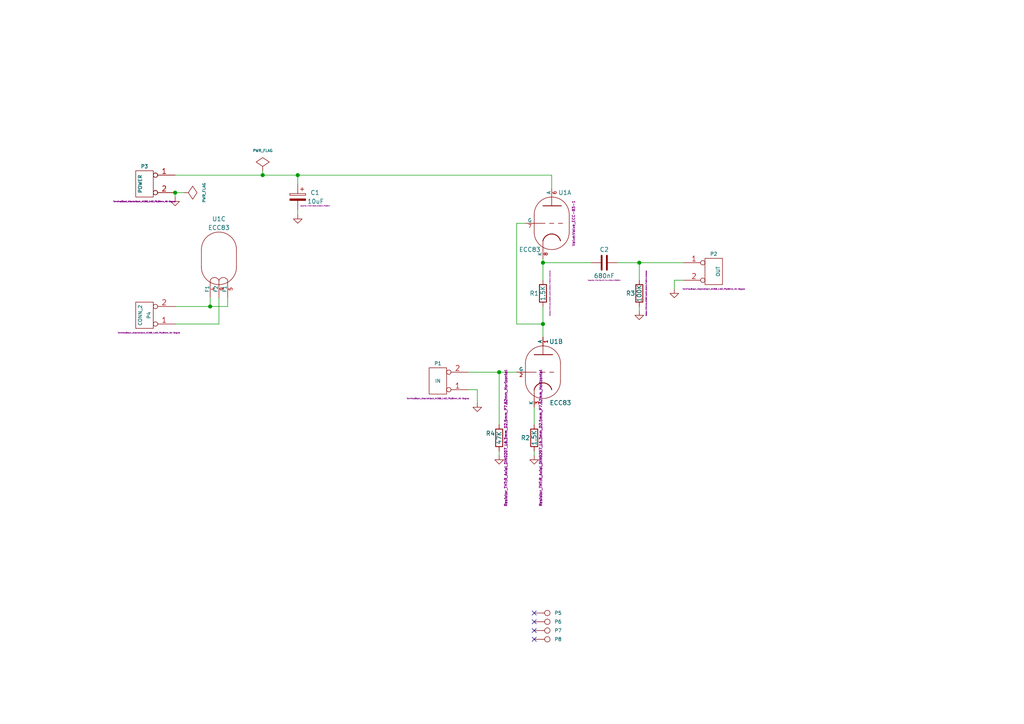
<source format=kicad_sch>
(kicad_sch (version 20210621) (generator eeschema)
  (paper "A4")
  (title_block (title "ECC Push-Pull") (date "Sat 21 Mar 2015") (rev "0.1"))
  (lib_symbols
    (symbol "ecc83_schlib:C" (pin_numbers hide) (pin_names (offset 0.254))
      (property "Reference" "C" (at 0.635 2.54 0))
      (property "Value" "C" (at 0.635 -2.54 0))
      (symbol "C_0_1"
        (polyline (pts (xy -2.032 -0.762) (xy 2.032 -0.762)) (stroke (width 0.508)))
        (polyline (pts (xy -2.032 0.762) (xy 2.032 0.762)) (stroke (width 0.508)))
      )
      (symbol "C_1_1"
        (pin passive line (at 0 3.81 270) (length 2.794) (name "~") (number "1"))
        (pin passive line (at 0 -3.81 90) (length 2.794) (name "~") (number "2"))
      )
    )
    (symbol "ecc83_schlib:CONN_1" (pin_numbers hide) (pin_names (offset 0.762) hide)
      (property "Reference" "P" (at 2.032 0 0))
      (property "Footprint" "MountingHole:MountingHole_3.2mm_M3_DIN965_Pad" (at 0 -1.27 0))
      (symbol "CONN_1_0_1"
        (polyline (pts (xy -0.762 0) (xy -1.27 0)))
        (circle (center 0 0) (radius 0.7874))
      )
      (symbol "CONN_1_1_1"
        (pin passive line (at -3.81 0 0) (length 2.54) (name "1") (number "1"))
      )
    )
    (symbol "ecc83_schlib:CONN_2" (pin_names (offset 1.016) hide)
      (property "Reference" "P" (at -1.27 0 90))
      (property "Value" "CONN_2" (at 1.27 0 90))
      (symbol "CONN_2_0_1"
        (rectangle (start -2.54 3.81) (end 2.54 -3.81))
      )
      (symbol "CONN_2_1_1"
        (pin passive inverted (at -8.89 2.54 0) (length 6.35) (name "P1") (number "1"))
        (pin passive inverted (at -8.89 -2.54 0) (length 6.35) (name "PM") (number "2"))
      )
    )
    (symbol "ecc83_schlib:CP" (pin_numbers hide) (pin_names (offset 0.254))
      (property "Reference" "C" (at 0.635 2.54 0))
      (property "Value" "CP" (at 0.635 -2.54 0))
      (symbol "CP_0_1"
        (rectangle (start -2.286 0.508) (end -2.286 1.016))
        (rectangle (start -2.286 0.508) (end 2.286 0.508))
        (polyline (pts (xy -1.778 2.286) (xy -0.762 2.286)))
        (polyline (pts (xy -1.27 2.794) (xy -1.27 1.778)))
        (rectangle (start 2.286 -0.508) (end -2.286 -1.016) (fill (type outline)))
        (rectangle (start 2.286 1.016) (end -2.286 1.016))
        (rectangle (start 2.286 1.016) (end 2.286 0.508))
      )
      (symbol "CP_1_1"
        (pin passive line (at 0 3.81 270) (length 2.794) (name "~") (number "1"))
        (pin passive line (at 0 -3.81 90) (length 2.794) (name "~") (number "2"))
      )
    )
    (symbol "ecc83_schlib:ECC83" (pin_names (offset 0))
      (property "Reference" "U" (at 3.302 7.874 0))
      (property "Value" "ECC83" (at 8.89 -7.62 0))
      (symbol "ECC83_0_1"
        (arc (start -5.08 -2.54) (mid 0 -7.62) (end 5.08 -2.54))
        (polyline (pts (xy 5.08 2.54) (xy 5.08 -2.54)))
        (polyline (pts (xy -5.08 2.54) (xy -5.08 -2.54) (xy -5.08 -2.54)))
        (arc (start 5.08 2.54) (mid 0 7.62) (end -5.08 2.54))
      )
      (symbol "ECC83_1_0"
        (polyline (pts (xy -2.54 -5.08) (xy -2.54 -7.62)))
        (polyline (pts (xy 0 5.08) (xy 0 7.62)))
      )
      (symbol "ECC83_1_1"
        (polyline (pts (xy -5.08 0) (xy -3.175 0)))
        (polyline (pts (xy -1.905 0) (xy -3.175 0)) (stroke (width 0.1524)))
        (polyline (pts (xy -0.635 0) (xy 0.635 0)) (stroke (width 0.1524)))
        (polyline (pts (xy 1.905 0) (xy 3.175 0)) (stroke (width 0.1524)))
        (polyline (pts (xy -2.54 5.08) (xy 2.794 5.08) (xy 2.794 5.08)) (stroke (width 0.254)))
        (arc (start 2.54 -5.08) (mid 0 -3.0968) (end -2.54 -5.08) (stroke (width 0.254)))
        (pin passive line (at 0 10.16 270) (length 2.54) (name "A") (number "6"))
        (pin input line (at -7.62 0 0) (length 2.54) (name "G") (number "7"))
        (pin passive line (at -2.54 -10.16 90) (length 2.54) (name "K") (number "8"))
      )
      (symbol "ECC83_2_0"
        (polyline (pts (xy -2.54 -5.08) (xy -2.54 -7.62)))
        (polyline (pts (xy 0 5.08) (xy 0 7.62)))
      )
      (symbol "ECC83_2_1"
        (polyline (pts (xy -5.08 0) (xy -3.175 0)))
        (polyline (pts (xy -1.905 0) (xy -3.175 0)) (stroke (width 0.1524)))
        (polyline (pts (xy -0.635 0) (xy 0.635 0)) (stroke (width 0.1524)))
        (polyline (pts (xy 1.905 0) (xy 3.175 0)) (stroke (width 0.1524)))
        (polyline (pts (xy -2.54 5.08) (xy 2.794 5.08) (xy 2.794 5.08)) (stroke (width 0.254)))
        (arc (start 2.54 -5.08) (mid 0 -3.0968) (end -2.54 -5.08) (stroke (width 0.254)))
        (pin passive line (at 0 10.16 270) (length 2.54) (name "A") (number "1"))
        (pin input line (at -7.62 0 0) (length 2.54) (name "G") (number "2"))
        (pin passive line (at -2.54 -10.16 90) (length 2.54) (name "K") (number "3"))
      )
      (symbol "ECC83_3_1"
        (arc (start 0 -6.35) (mid -1.27 -5.5651) (end -2.54 -6.35))
        (arc (start 2.54 -6.35) (mid 1.27 -5.5651) (end 0 -6.35))
        (pin input line (at -2.54 -11.43 90) (length 5.08) (name "F1") (number "4"))
        (pin input line (at 2.54 -11.43 90) (length 5.08) (name "F1") (number "5"))
        (pin input line (at 0 -11.43 90) (length 5.08) (name "F2") (number "9"))
      )
    )
    (symbol "ecc83_schlib:GND" (power) (pin_names (offset 0))
      (property "Value" "GND" (at 0 -3.81 0))
      (symbol "GND_0_1"
        (polyline (pts (xy 0 0) (xy 0 -1.27) (xy 1.27 -1.27) (xy 0 -2.54) (xy -1.27 -1.27) (xy 0 -1.27)))
      )
      (symbol "GND_1_1"
        (pin power_in line (at 0 0 270) (length 0) hide (name "GND") (number "1"))
      )
    )
    (symbol "ecc83_schlib:PWR_FLAG" (power) (pin_numbers hide) (pin_names (offset 0) hide)
      (property "Value" "PWR_FLAG" (at 0 4.572 0))
      (symbol "PWR_FLAG_0_0"
        (pin power_out line (at 0 0 90) (length 0) (name "pwr") (number "1"))
      )
      (symbol "PWR_FLAG_0_1"
        (polyline (pts (xy 0 0) (xy 0 1.27) (xy -1.905 2.54) (xy 0 3.81) (xy 1.905 2.54) (xy 0 1.27)))
      )
    )
    (symbol "ecc83_schlib:R" (pin_numbers hide) (pin_names (offset 0))
      (property "Reference" "R" (at 2.032 0 90))
      (property "Value" "R" (at 0 0 90))
      (symbol "R_0_1"
        (rectangle (start -1.016 -2.54) (end 1.016 2.54) (stroke (width 0.254)))
      )
      (symbol "R_1_1"
        (pin passive line (at 0 3.81 270) (length 1.27) (name "~") (number "1"))
        (pin passive line (at 0 -3.81 90) (length 1.27) (name "~") (number "2"))
      )
    )
  )
  (junction (at 60.96 88.9) (diameter 1.016))
  (junction (at 144.78 107.95) (diameter 1.016))
  (junction (at 86.36 50.8) (diameter 1.016))
  (junction (at 76.2 50.8) (diameter 1.016))
  (junction (at 157.48 76.2) (diameter 1.016))
  (junction (at 185.42 76.2) (diameter 1.016))
  (junction (at 157.48 93.98) (diameter 1.016))
  (junction (at 50.8 55.88) (diameter 1.016))
  (no_connect (at 154.94 177.8))
  (no_connect (at 154.94 180.34))
  (no_connect (at 154.94 185.42))
  (no_connect (at 154.94 182.88))
  (wire (pts (xy 185.42 76.2) (xy 198.12 76.2)))
  (wire (pts (xy 198.12 81.28) (xy 195.58 81.28)))
  (wire (pts (xy 86.36 53.34) (xy 86.36 50.8)))
  (wire (pts (xy 195.58 81.28) (xy 195.58 83.82)))
  (wire (pts (xy 138.43 116.84) (xy 138.43 113.03)))
  (wire (pts (xy 144.78 107.95) (xy 144.78 123.19)))
  (wire (pts (xy 50.8 57.15) (xy 50.8 55.88)))
  (wire (pts (xy 157.48 76.2) (xy 157.48 81.28)))
  (wire (pts (xy 149.86 64.77) (xy 149.86 93.98)))
  (wire (pts (xy 185.42 76.2) (xy 185.42 81.28)))
  (wire (pts (xy 86.36 50.8) (xy 160.02 50.8)))
  (wire (pts (xy 50.8 50.8) (xy 76.2 50.8)))
  (wire (pts (xy 171.45 76.2) (xy 157.48 76.2)))
  (wire (pts (xy 138.43 113.03) (xy 135.89 113.03)))
  (wire (pts (xy 179.07 76.2) (xy 185.42 76.2)))
  (wire (pts (xy 60.96 88.9) (xy 60.96 86.36)))
  (wire (pts (xy 76.2 49.53) (xy 76.2 50.8)))
  (wire (pts (xy 157.48 74.93) (xy 157.48 76.2)))
  (wire (pts (xy 63.5 93.98) (xy 50.8 93.98)))
  (wire (pts (xy 86.36 62.23) (xy 86.36 60.96)))
  (wire (pts (xy 53.34 55.88) (xy 50.8 55.88)))
  (wire (pts (xy 63.5 86.36) (xy 63.5 93.98)))
  (wire (pts (xy 50.8 88.9) (xy 60.96 88.9)))
  (wire (pts (xy 149.86 93.98) (xy 157.48 93.98)))
  (wire (pts (xy 157.48 93.98) (xy 157.48 97.79)))
  (wire (pts (xy 135.89 107.95) (xy 144.78 107.95)))
  (wire (pts (xy 160.02 50.8) (xy 160.02 54.61)))
  (wire (pts (xy 154.94 130.81) (xy 154.94 132.08)))
  (wire (pts (xy 152.4 64.77) (xy 149.86 64.77)))
  (wire (pts (xy 157.48 88.9) (xy 157.48 93.98)))
  (wire (pts (xy 144.78 130.81) (xy 144.78 132.08)))
  (wire (pts (xy 76.2 50.8) (xy 86.36 50.8)))
  (wire (pts (xy 66.04 88.9) (xy 66.04 86.36)))
  (wire (pts (xy 154.94 118.11) (xy 154.94 123.19)))
  (wire (pts (xy 185.42 90.17) (xy 185.42 88.9)))
  (wire (pts (xy 60.96 88.9) (xy 66.04 88.9)))
  (wire (pts (xy 144.78 107.95) (xy 149.86 107.95)))
  (symbol (lib_id "ecc83_schlib:R") (at 157.48 85.09 180) (unit 1)
    (property "Reference" "R1" (at 154.94 85.09 0))
    (property "Value" "1.5K" (at 157.48 85.09 90))
    (property "Footprint" "Resistor_THT:R_Axial_DIN0207_L6.3mm_D2.5mm_P7.62mm_Horizontal" (at 159.512 85.0392 90) (effects (font (size 0.254 0.254))))
  )
  (symbol (lib_id "ecc83_schlib:R") (at 154.94 127 0) (unit 1)
    (property "Reference" "R2" (at 152.4 127 0))
    (property "Value" "1.5K" (at 154.94 127 90))
    (property "Footprint" "Resistor_THT:R_Axial_DIN0207_L6.3mm_D2.5mm_P7.62mm_Horizontal" (at 156.8196 127 90) (effects (font (size 0.762 0.762))))
  )
  (symbol (lib_id "ecc83_schlib:R") (at 144.78 127 0) (unit 1)
    (property "Reference" "R4" (at 142.24 125.73 0))
    (property "Value" "47K" (at 144.78 127 90))
    (property "Footprint" "Resistor_THT:R_Axial_DIN0207_L6.3mm_D2.5mm_P7.62mm_Horizontal" (at 146.7104 127.0508 90) (effects (font (size 0.762 0.762))))
  )
  (symbol (lib_id "ecc83_schlib:R") (at 185.42 85.09 0) (unit 1)
    (property "Reference" "R3" (at 182.88 85.09 0))
    (property "Value" "100K" (at 185.42 85.09 90))
    (property "Footprint" "Resistor_THT:R_Axial_DIN0207_L6.3mm_D2.5mm_P7.62mm_Horizontal" (at 187.4266 85.09 90) (effects (font (size 0.254 0.254))))
  )
  (symbol (lib_id "ecc83_schlib:C") (at 175.26 76.2 270) (unit 1)
    (property "Reference" "C2" (at 175.26 72.39 90))
    (property "Value" "680nF" (at 175.26 80.01 90))
    (property "Footprint" "Capacitor_THT:C_Disc_D4.7mm_W2.5mm_P5.00mm" (at 175.26 81.28 90) (effects (font (size 0.254 0.254))))
  )
  (symbol (lib_id "ecc83_schlib:CONN_2") (at 127 110.49 180) (unit 1)
    (property "Reference" "P1" (at 127 105.41 0) (effects (font (size 1.016 1.016))))
    (property "Value" "IN" (at 127 110.49 0) (effects (font (size 1.016 1.016))))
    (property "Footprint" "TerminalBlock_Altech:Altech_AK300_1x02_P5.00mm_45-Degree" (at 127 115.57 0) (effects (font (size 0.381 0.381))))
  )
  (symbol (lib_id "ecc83_schlib:CONN_2") (at 207.01 78.74 0) (unit 1)
    (property "Reference" "P2" (at 207.01 73.66 0) (effects (font (size 1.016 1.016))))
    (property "Value" "OUT" (at 208.28 78.74 90) (effects (font (size 1.016 1.016))))
    (property "Footprint" "TerminalBlock_Altech:Altech_AK300_1x02_P5.00mm_45-Degree" (at 207.01 83.82 0) (effects (font (size 0.381 0.381))))
  )
  (symbol (lib_id "ecc83_schlib:CONN_2") (at 41.91 53.34 0) (mirror y) (unit 1)
    (property "Reference" "P3" (at 41.91 48.26 0) (effects (font (size 1.016 1.016))))
    (property "Value" "POWER" (at 40.64 53.34 90) (effects (font (size 1.016 1.016))))
    (property "Footprint" "TerminalBlock_Altech:Altech_AK300_1x02_P5.00mm_45-Degree" (at 41.91 58.42 0) (effects (font (size 0.381 0.381))))
  )
  (symbol (lib_id "ecc83_schlib:CP") (at 86.36 57.15 0) (mirror y) (unit 1)
    (property "Reference" "C1" (at 92.71 55.88 0) (effects (justify left)))
    (property "Value" "10uF" (at 93.98 58.42 0) (effects (justify left)))
    (property "Footprint" "Capacitor_THT:CP_Radial_D10.0mm_P5.00mm" (at 91.44 59.69 0) (effects (font (size 0.254 0.254))))
  )
  (symbol (lib_id "ecc83_schlib:CONN_2") (at 41.91 91.44 180) (unit 1)
    (property "Reference" "P4" (at 43.18 91.44 90) (effects (font (size 1.016 1.016))))
    (property "Value" "CONN_2" (at 40.64 91.44 90) (effects (font (size 1.016 1.016))))
    (property "Footprint" "TerminalBlock_Altech:Altech_AK300_1x02_P5.00mm_45-Degree" (at 43.18 96.52 0) (effects (font (size 0.381 0.381))))
  )
  (symbol (lib_id "ecc83_schlib:PWR_FLAG") (at 53.34 55.88 270) (unit 1)
    (property "Reference" "#FLG05" (effects hide))
    (property "Value" "PWR_FLAG" (at 59.182 55.88 0) (effects (font (size 0.762 0.762))))
  )
  (symbol (lib_id "ecc83_schlib:GND") (at 144.78 132.08 0) (unit 1)
    (property "Reference" "#PWR04" (effects hide))
    (property "Value" "GND" (effects hide))
  )
  (symbol (lib_id "ecc83_schlib:GND") (at 154.94 132.08 0) (unit 1)
    (property "Reference" "#PWR03" (effects hide))
    (property "Value" "GND" (effects hide))
  )
  (symbol (lib_id "ecc83_schlib:GND") (at 185.42 90.17 0) (unit 1)
    (property "Reference" "#PWR02" (effects hide))
    (property "Value" "GND" (effects hide))
  )
  (symbol (lib_id "ecc83_schlib:GND") (at 195.58 83.82 0) (unit 1)
    (property "Reference" "#PWR01" (effects hide))
    (property "Value" "GND" (effects hide))
  )
  (symbol (lib_id "ecc83_schlib:ECC83") (at 160.02 64.77 0) (unit 1)
    (property "Reference" "U1" (at 163.83 55.88 0))
    (property "Value" "ECC83" (at 153.67 72.39 0))
    (property "Footprint" "Valve:Valve_ECC-83-1" (at 166.37 64.77 90) (effects (font (size 0.762 0.762))))
  )
  (symbol (lib_id "ecc83_schlib:ECC83") (at 157.48 107.95 0) (unit 2)
    (property "Reference" "U1" (at 161.29 99.06 0))
    (property "Value" "ECC83" (at 162.56 116.84 0))
    (property "Footprint" "Valve:Valve_ECC-83-1" (effects hide))
  )
  (symbol (lib_id "ecc83_schlib:ECC83") (at 63.5 74.93 0) (unit 3)
    (property "Reference" "U1" (at 63.5 63.5 0))
    (property "Value" "ECC83" (at 63.5 66.04 0))
    (property "Footprint" "Valve:Valve_ECC-83-1" (effects hide))
  )
  (symbol (lib_id "ecc83_schlib:GND") (at 86.36 62.23 0) (mirror y) (unit 1)
    (property "Reference" "#PWR06" (effects hide))
    (property "Value" "GND" (effects hide))
  )
  (symbol (lib_id "ecc83_schlib:CONN_1") (at 158.75 177.8 0) (unit 1)
    (property "Reference" "P5" (at 160.782 177.8 0) (effects (font (size 1.016 1.016)) (justify left)))
    (property "Value" "MOUNTING_HOLE" (effects hide))
    (property "Footprint" "MountingHole:MountingHole_3.2mm_M3_DIN965_Pad" (effects hide))
  )
  (symbol (lib_id "ecc83_schlib:CONN_1") (at 158.75 180.34 0) (unit 1)
    (property "Reference" "P6" (at 160.782 180.34 0) (effects (font (size 1.016 1.016)) (justify left)))
    (property "Value" "MOUNTING_HOLE" (effects hide))
    (property "Footprint" "MountingHole:MountingHole_3.2mm_M3_DIN965_Pad" (effects hide))
  )
  (symbol (lib_id "ecc83_schlib:CONN_1") (at 158.75 182.88 0) (unit 1)
    (property "Reference" "P7" (at 160.782 182.88 0) (effects (font (size 1.016 1.016)) (justify left)))
    (property "Value" "MOUNTING_HOLE" (effects hide))
    (property "Footprint" "MountingHole:MountingHole_3.2mm_M3_DIN965_Pad" (effects hide))
  )
  (symbol (lib_id "ecc83_schlib:CONN_1") (at 158.75 185.42 0) (unit 1)
    (property "Reference" "P8" (at 160.782 185.42 0) (effects (font (size 1.016 1.016)) (justify left)))
    (property "Value" "MOUNTING_HOLE" (effects hide))
    (property "Footprint" "MountingHole:MountingHole_3.2mm_M3_DIN965_Pad" (effects hide))
  )
  (symbol (lib_id "ecc83_schlib:PWR_FLAG") (at 76.2 49.53 0) (unit 1)
    (property "Reference" "#FLG07" (effects hide))
    (property "Value" "PWR_FLAG" (at 76.2 43.688 0) (effects (font (size 0.762 0.762))))
  )
  (symbol (lib_id "ecc83_schlib:GND") (at 50.8 57.15 0) (mirror y) (unit 1)
    (property "Reference" "#PWR08" (effects hide))
    (property "Value" "GND" (effects hide))
  )
  (symbol (lib_id "ecc83_schlib:GND") (at 138.43 116.84 0) (unit 1)
    (property "Reference" "#PWR09" (effects hide))
    (property "Value" "GND" (effects hide))
  )
)
</source>
